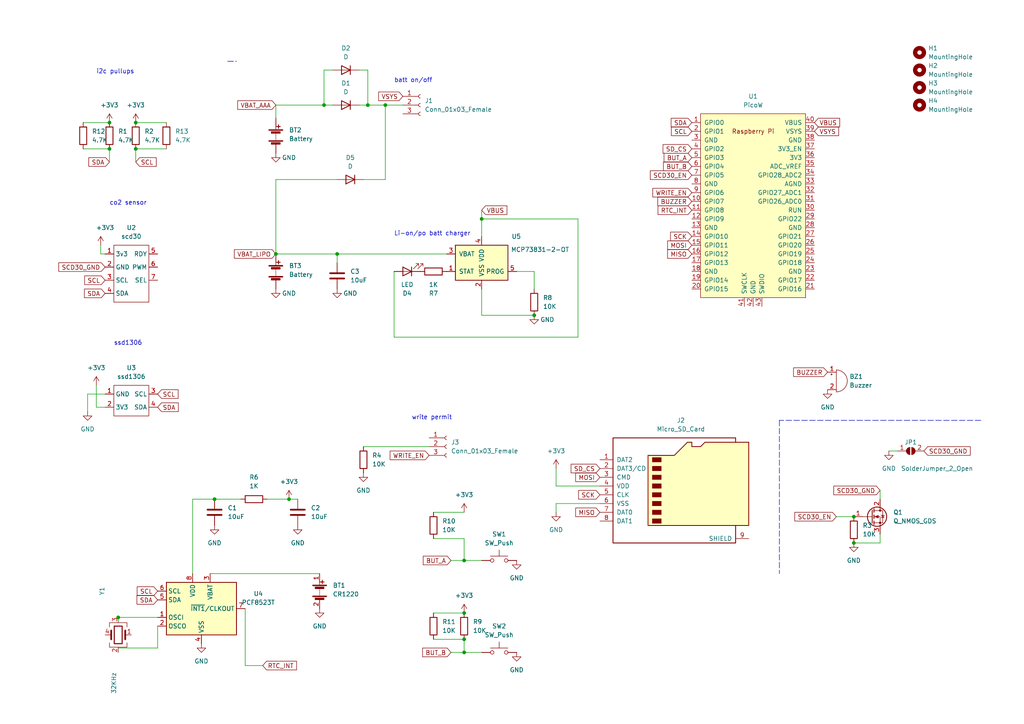
<source format=kicad_sch>
(kicad_sch (version 20211123) (generator eeschema)
  (paper "A4")
  (lib_symbols
    (symbol "Battery_1" (pin_names (offset 0) hide)
      (property "Reference" "BT" (at 2.54 2.54 0))
      (property "Value" "Battery_1" (at 2.54 0 0))
      (symbol "Battery_1_0_1"
        (rectangle (start -2.032 -1.397) (end 2.032 -1.651) (fill (type outline)))
        (rectangle (start -2.032 1.778) (end 2.032 1.524) (fill (type outline)))
        (rectangle (start -1.3208 -1.9812) (end 1.27 -2.4892) (fill (type outline)))
        (rectangle (start -1.3208 1.1938) (end 1.27 0.6858) (fill (type outline)))
        (polyline (pts (xy 0 -1.524) (xy 0 -1.27)))
        (polyline (pts (xy 0 -1.016) (xy 0 -0.762)))
        (polyline (pts (xy 0 -0.508) (xy 0 -0.254)))
        (polyline (pts (xy 0 0) (xy 0 0.254)))
        (polyline (pts (xy 0 0.508) (xy 0 0.762)))
        (polyline (pts (xy 0 1.778) (xy 0 2.54)))
        (polyline (pts (xy 0.254 2.667) (xy 1.27 2.667)) (stroke (width 0.254)))
        (polyline (pts (xy 0.762 3.175) (xy 0.762 2.159)) (stroke (width 0.254)))
      )
      (symbol "Battery_1_1_1"
        (pin passive line (at 0 5.08 270) (length 2.54) (name "+") (number "1"))
        (pin passive line (at 0 -5.08 90) (length 2.54) (name "-") (number "2"))
      )
    )
    (symbol "Battery_Management:MCP73831-2-OT" (pin_names (offset 1.016))
      (property "Reference" "U" (at -7.62 6.35 0))
      (property "Value" "MCP73831-2-OT" (at 1.27 6.35 0))
      (symbol "MCP73831-2-OT_0_1"
        (rectangle (start -7.62 5.08) (end 7.62 -5.08) (stroke (width 0.254)) (fill (type background)))
      )
      (symbol "MCP73831-2-OT_1_1"
        (pin output line (at 10.16 -2.54 180) (length 2.54) (name "STAT") (number "1"))
        (pin power_in line (at 0 -7.62 90) (length 2.54) (name "VSS") (number "2"))
        (pin power_out line (at 10.16 2.54 180) (length 2.54) (name "VBAT") (number "3"))
        (pin power_in line (at 0 7.62 270) (length 2.54) (name "VDD") (number "4"))
        (pin input line (at -10.16 -2.54 0) (length 2.54) (name "PROG") (number "5"))
      )
    )
    (symbol "Connector:Conn_01x03_Female" (pin_names (offset 1.016) hide)
      (property "Reference" "J" (at 0 5.08 0))
      (property "Value" "Conn_01x03_Female" (at 0 -5.08 0))
      (symbol "Conn_01x03_Female_1_1"
        (arc (start 0 -2.032) (mid -0.508 -2.54) (end 0 -3.048) (stroke (width 0.1524)))
        (polyline (pts (xy -1.27 -2.54) (xy -0.508 -2.54)) (stroke (width 0.1524)))
        (polyline (pts (xy -1.27 0) (xy -0.508 0)) (stroke (width 0.1524)))
        (polyline (pts (xy -1.27 2.54) (xy -0.508 2.54)) (stroke (width 0.1524)))
        (arc (start 0 0.508) (mid -0.508 0) (end 0 -0.508) (stroke (width 0.1524)))
        (arc (start 0 3.048) (mid -0.508 2.54) (end 0 2.032) (stroke (width 0.1524)))
        (pin passive line (at -5.08 2.54 0) (length 3.81) (name "Pin_1") (number "1"))
        (pin passive line (at -5.08 0 0) (length 3.81) (name "Pin_2") (number "2"))
        (pin passive line (at -5.08 -2.54 0) (length 3.81) (name "Pin_3") (number "3"))
      )
    )
    (symbol "Connector:Micro_SD_Card" (pin_names (offset 1.016))
      (property "Reference" "J" (at -16.51 15.24 0))
      (property "Value" "Micro_SD_Card" (at 16.51 15.24 0))
      (symbol "Micro_SD_Card_0_1"
        (rectangle (start -7.62 -9.525) (end -5.08 -10.795) (fill (type outline)))
        (rectangle (start -7.62 -6.985) (end -5.08 -8.255) (fill (type outline)))
        (rectangle (start -7.62 -4.445) (end -5.08 -5.715) (fill (type outline)))
        (rectangle (start -7.62 -1.905) (end -5.08 -3.175) (fill (type outline)))
        (rectangle (start -7.62 0.635) (end -5.08 -0.635) (fill (type outline)))
        (rectangle (start -7.62 3.175) (end -5.08 1.905) (fill (type outline)))
        (rectangle (start -7.62 5.715) (end -5.08 4.445) (fill (type outline)))
        (rectangle (start -7.62 8.255) (end -5.08 6.985) (fill (type outline)))
        (polyline (pts (xy 16.51 12.7) (xy 16.51 13.97) (xy -19.05 13.97) (xy -19.05 -16.51) (xy 16.51 -16.51) (xy 16.51 -11.43)) (stroke (width 0.254)))
        (polyline (pts (xy -8.89 -11.43) (xy -8.89 8.89) (xy -1.27 8.89) (xy 2.54 12.7) (xy 3.81 12.7) (xy 3.81 11.43) (xy 6.35 11.43) (xy 7.62 12.7) (xy 20.32 12.7) (xy 20.32 -11.43) (xy -8.89 -11.43)) (stroke (width 0.254)) (fill (type background)))
      )
      (symbol "Micro_SD_Card_1_1"
        (pin bidirectional line (at -22.86 7.62 0) (length 3.81) (name "DAT2") (number "1"))
        (pin bidirectional line (at -22.86 5.08 0) (length 3.81) (name "DAT3/CD") (number "2"))
        (pin input line (at -22.86 2.54 0) (length 3.81) (name "CMD") (number "3"))
        (pin power_in line (at -22.86 0 0) (length 3.81) (name "VDD") (number "4"))
        (pin input line (at -22.86 -2.54 0) (length 3.81) (name "CLK") (number "5"))
        (pin power_in line (at -22.86 -5.08 0) (length 3.81) (name "VSS") (number "6"))
        (pin bidirectional line (at -22.86 -7.62 0) (length 3.81) (name "DAT0") (number "7"))
        (pin bidirectional line (at -22.86 -10.16 0) (length 3.81) (name "DAT1") (number "8"))
        (pin passive line (at 20.32 -15.24 180) (length 3.81) (name "SHIELD") (number "9"))
      )
    )
    (symbol "Device:Battery" (pin_numbers hide) (pin_names (offset 0) hide)
      (property "Reference" "BT" (at 2.54 2.54 0))
      (property "Value" "Battery" (at 2.54 0 0))
      (symbol "Battery_0_1"
        (rectangle (start -2.032 -1.397) (end 2.032 -1.651) (fill (type outline)))
        (rectangle (start -2.032 1.778) (end 2.032 1.524) (fill (type outline)))
        (rectangle (start -1.3208 -1.9812) (end 1.27 -2.4892) (fill (type outline)))
        (rectangle (start -1.3208 1.1938) (end 1.27 0.6858) (fill (type outline)))
        (polyline (pts (xy 0 -1.524) (xy 0 -1.27)))
        (polyline (pts (xy 0 -1.016) (xy 0 -0.762)))
        (polyline (pts (xy 0 -0.508) (xy 0 -0.254)))
        (polyline (pts (xy 0 0) (xy 0 0.254)))
        (polyline (pts (xy 0 0.508) (xy 0 0.762)))
        (polyline (pts (xy 0 1.778) (xy 0 2.54)))
        (polyline (pts (xy 0.254 2.667) (xy 1.27 2.667)) (stroke (width 0.254)))
        (polyline (pts (xy 0.762 3.175) (xy 0.762 2.159)) (stroke (width 0.254)))
      )
      (symbol "Battery_1_1"
        (pin passive line (at 0 5.08 270) (length 2.54) (name "+") (number "1"))
        (pin passive line (at 0 -5.08 90) (length 2.54) (name "-") (number "2"))
      )
    )
    (symbol "Device:Buzzer" (pin_names (offset 0.0254) hide)
      (property "Reference" "BZ" (at 3.81 1.27 0))
      (property "Value" "Buzzer" (at 3.81 -1.27 0))
      (symbol "Buzzer_0_1"
        (arc (start 0 -3.175) (mid 3.175 0) (end 0 3.175))
        (polyline (pts (xy -1.651 1.905) (xy -1.143 1.905)))
        (polyline (pts (xy -1.397 2.159) (xy -1.397 1.651)))
        (polyline (pts (xy 0 3.175) (xy 0 -3.175)))
      )
      (symbol "Buzzer_1_1"
        (pin passive line (at -2.54 2.54 0) (length 2.54) (name "-") (number "1"))
        (pin passive line (at -2.54 -2.54 0) (length 2.54) (name "+") (number "2"))
      )
    )
    (symbol "Device:C" (pin_numbers hide) (pin_names (offset 0.254))
      (property "Reference" "C" (at 0.635 2.54 0))
      (property "Value" "C" (at 0.635 -2.54 0))
      (symbol "C_0_1"
        (polyline (pts (xy -2.032 -0.762) (xy 2.032 -0.762)) (stroke (width 0.508)))
        (polyline (pts (xy -2.032 0.762) (xy 2.032 0.762)) (stroke (width 0.508)))
      )
      (symbol "C_1_1"
        (pin passive line (at 0 3.81 270) (length 2.794) (name "~") (number "1"))
        (pin passive line (at 0 -3.81 90) (length 2.794) (name "~") (number "2"))
      )
    )
    (symbol "Device:Crystal_GND23" (pin_names (offset 1.016) hide)
      (property "Reference" "Y" (at 3.175 5.08 0))
      (property "Value" "Crystal_GND23" (at 3.175 3.175 0))
      (symbol "Crystal_GND23_0_1"
        (rectangle (start -1.143 2.54) (end 1.143 -2.54) (stroke (width 0.3048)))
        (polyline (pts (xy -2.54 0) (xy -2.032 0)))
        (polyline (pts (xy -2.032 -1.27) (xy -2.032 1.27)) (stroke (width 0.508)))
        (polyline (pts (xy 0 -3.81) (xy 0 -3.556)))
        (polyline (pts (xy 0 3.556) (xy 0 3.81)))
        (polyline (pts (xy 2.032 -1.27) (xy 2.032 1.27)) (stroke (width 0.508)))
        (polyline (pts (xy 2.032 0) (xy 2.54 0)))
        (polyline (pts (xy -2.54 -2.286) (xy -2.54 -3.556) (xy 2.54 -3.556) (xy 2.54 -2.286)))
        (polyline (pts (xy -2.54 2.286) (xy -2.54 3.556) (xy 2.54 3.556) (xy 2.54 2.286)))
      )
      (symbol "Crystal_GND23_1_1"
        (pin passive line (at -3.81 0 0) (length 1.27) (name "1") (number "1"))
        (pin passive line (at 0 5.08 270) (length 1.27) (name "2") (number "2"))
        (pin passive line (at 0 -5.08 90) (length 1.27) (name "3") (number "3"))
        (pin passive line (at 3.81 0 180) (length 1.27) (name "4") (number "4"))
      )
    )
    (symbol "Device:D" (pin_numbers hide) (pin_names (offset 1.016) hide)
      (property "Reference" "D" (at 0 2.54 0))
      (property "Value" "D" (at 0 -2.54 0))
      (symbol "D_0_1"
        (polyline (pts (xy -1.27 1.27) (xy -1.27 -1.27)) (stroke (width 0.254)))
        (polyline (pts (xy 1.27 0) (xy -1.27 0)))
        (polyline (pts (xy 1.27 1.27) (xy 1.27 -1.27) (xy -1.27 0) (xy 1.27 1.27)) (stroke (width 0.254)))
      )
      (symbol "D_1_1"
        (pin passive line (at -3.81 0 0) (length 2.54) (name "K") (number "1"))
        (pin passive line (at 3.81 0 180) (length 2.54) (name "A") (number "2"))
      )
    )
    (symbol "Device:LED" (pin_numbers hide) (pin_names (offset 1.016) hide)
      (property "Reference" "D" (at 0 2.54 0))
      (property "Value" "LED" (at 0 -2.54 0))
      (symbol "LED_0_1"
        (polyline (pts (xy -1.27 -1.27) (xy -1.27 1.27)) (stroke (width 0.254)))
        (polyline (pts (xy -1.27 0) (xy 1.27 0)))
        (polyline (pts (xy 1.27 -1.27) (xy 1.27 1.27) (xy -1.27 0) (xy 1.27 -1.27)) (stroke (width 0.254)))
        (polyline (pts (xy -3.048 -0.762) (xy -4.572 -2.286) (xy -3.81 -2.286) (xy -4.572 -2.286) (xy -4.572 -1.524)))
        (polyline (pts (xy -1.778 -0.762) (xy -3.302 -2.286) (xy -2.54 -2.286) (xy -3.302 -2.286) (xy -3.302 -1.524)))
      )
      (symbol "LED_1_1"
        (pin passive line (at -3.81 0 0) (length 2.54) (name "K") (number "1"))
        (pin passive line (at 3.81 0 180) (length 2.54) (name "A") (number "2"))
      )
    )
    (symbol "Device:Q_NMOS_GDS" (pin_names (offset 0) hide)
      (property "Reference" "Q" (at 5.08 1.27 0))
      (property "Value" "Q_NMOS_GDS" (at 5.08 -1.27 0))
      (symbol "Q_NMOS_GDS_0_1"
        (polyline (pts (xy 0.254 0) (xy -2.54 0)))
        (polyline (pts (xy 0.254 1.905) (xy 0.254 -1.905)) (stroke (width 0.254)))
        (polyline (pts (xy 0.762 -1.27) (xy 0.762 -2.286)) (stroke (width 0.254)))
        (polyline (pts (xy 0.762 0.508) (xy 0.762 -0.508)) (stroke (width 0.254)))
        (polyline (pts (xy 0.762 2.286) (xy 0.762 1.27)) (stroke (width 0.254)))
        (polyline (pts (xy 2.54 2.54) (xy 2.54 1.778)))
        (polyline (pts (xy 2.54 -2.54) (xy 2.54 0) (xy 0.762 0)))
        (polyline (pts (xy 0.762 -1.778) (xy 3.302 -1.778) (xy 3.302 1.778) (xy 0.762 1.778)))
        (polyline (pts (xy 1.016 0) (xy 2.032 0.381) (xy 2.032 -0.381) (xy 1.016 0)) (fill (type outline)))
        (polyline (pts (xy 2.794 0.508) (xy 2.921 0.381) (xy 3.683 0.381) (xy 3.81 0.254)))
        (polyline (pts (xy 3.302 0.381) (xy 2.921 -0.254) (xy 3.683 -0.254) (xy 3.302 0.381)))
        (circle (center 1.651 0) (radius 2.794) (stroke (width 0.254)))
        (circle (center 2.54 -1.778) (radius 0.254) (fill (type outline)))
        (circle (center 2.54 1.778) (radius 0.254) (fill (type outline)))
      )
      (symbol "Q_NMOS_GDS_1_1"
        (pin input line (at -5.08 0 0) (length 2.54) (name "G") (number "1"))
        (pin passive line (at 2.54 5.08 270) (length 2.54) (name "D") (number "2"))
        (pin passive line (at 2.54 -5.08 90) (length 2.54) (name "S") (number "3"))
      )
    )
    (symbol "Device:R" (pin_numbers hide) (pin_names (offset 0))
      (property "Reference" "R" (at 2.032 0 90))
      (property "Value" "R" (at 0 0 90))
      (symbol "R_0_1"
        (rectangle (start -1.016 -2.54) (end 1.016 2.54) (stroke (width 0.254)))
      )
      (symbol "R_1_1"
        (pin passive line (at 0 3.81 270) (length 1.27) (name "~") (number "1"))
        (pin passive line (at 0 -3.81 90) (length 1.27) (name "~") (number "2"))
      )
    )
    (symbol "Jumper:SolderJumper_2_Open" (pin_names (offset 0) hide)
      (property "Reference" "JP" (at 0 2.032 0))
      (property "Value" "SolderJumper_2_Open" (at 0 -2.54 0))
      (symbol "SolderJumper_2_Open_0_1"
        (arc (start -0.254 1.016) (mid -1.27 0) (end -0.254 -1.016))
        (arc (start -0.254 1.016) (mid -1.27 0) (end -0.254 -1.016) (fill (type outline)))
        (polyline (pts (xy -0.254 1.016) (xy -0.254 -1.016)))
        (polyline (pts (xy 0.254 1.016) (xy 0.254 -1.016)))
        (arc (start 0.254 -1.016) (mid 1.27 0) (end 0.254 1.016))
        (arc (start 0.254 -1.016) (mid 1.27 0) (end 0.254 1.016) (fill (type outline)))
      )
      (symbol "SolderJumper_2_Open_1_1"
        (pin passive line (at -3.81 0 0) (length 2.54) (name "A") (number "1"))
        (pin passive line (at 3.81 0 180) (length 2.54) (name "B") (number "2"))
      )
    )
    (symbol "Mechanical:MountingHole" (pin_names (offset 1.016))
      (property "Reference" "H" (at 0 5.08 0))
      (property "Value" "MountingHole" (at 0 3.175 0))
      (symbol "MountingHole_0_1"
        (circle (center 0 0) (radius 1.27) (stroke (width 1.27)))
      )
    )
    (symbol "RPi_Pico:PicoW" (pin_names (offset 1.016))
      (property "Reference" "U" (at -13.97 27.94 0))
      (property "Value" "PicoW" (at 0 19.05 0))
      (symbol "PicoW_0_0"
        (text "Raspberry Pi" (at 0 21.59 0) (effects (font (size 1.27 1.27))))
      )
      (symbol "PicoW_0_1"
        (rectangle (start -15.24 26.67) (end 15.24 -26.67) (fill (type background)))
      )
      (symbol "PicoW_1_1"
        (pin bidirectional line (at -17.78 24.13 0) (length 2.54) (name "GPIO0") (number "1"))
        (pin bidirectional line (at -17.78 1.27 0) (length 2.54) (name "GPIO7") (number "10"))
        (pin bidirectional line (at -17.78 -1.27 0) (length 2.54) (name "GPIO8") (number "11"))
        (pin bidirectional line (at -17.78 -3.81 0) (length 2.54) (name "GPIO9") (number "12"))
        (pin power_in line (at -17.78 -6.35 0) (length 2.54) (name "GND") (number "13"))
        (pin bidirectional line (at -17.78 -8.89 0) (length 2.54) (name "GPIO10") (number "14"))
        (pin bidirectional line (at -17.78 -11.43 0) (length 2.54) (name "GPIO11") (number "15"))
        (pin bidirectional line (at -17.78 -13.97 0) (length 2.54) (name "GPIO12") (number "16"))
        (pin bidirectional line (at -17.78 -16.51 0) (length 2.54) (name "GPIO13") (number "17"))
        (pin power_in line (at -17.78 -19.05 0) (length 2.54) (name "GND") (number "18"))
        (pin bidirectional line (at -17.78 -21.59 0) (length 2.54) (name "GPIO14") (number "19"))
        (pin bidirectional line (at -17.78 21.59 0) (length 2.54) (name "GPIO1") (number "2"))
        (pin bidirectional line (at -17.78 -24.13 0) (length 2.54) (name "GPIO15") (number "20"))
        (pin bidirectional line (at 17.78 -24.13 180) (length 2.54) (name "GPIO16") (number "21"))
        (pin bidirectional line (at 17.78 -21.59 180) (length 2.54) (name "GPIO17") (number "22"))
        (pin power_in line (at 17.78 -19.05 180) (length 2.54) (name "GND") (number "23"))
        (pin bidirectional line (at 17.78 -16.51 180) (length 2.54) (name "GPIO18") (number "24"))
        (pin bidirectional line (at 17.78 -13.97 180) (length 2.54) (name "GPIO19") (number "25"))
        (pin bidirectional line (at 17.78 -11.43 180) (length 2.54) (name "GPIO20") (number "26"))
        (pin bidirectional line (at 17.78 -8.89 180) (length 2.54) (name "GPIO21") (number "27"))
        (pin power_in line (at 17.78 -6.35 180) (length 2.54) (name "GND") (number "28"))
        (pin bidirectional line (at 17.78 -3.81 180) (length 2.54) (name "GPIO22") (number "29"))
        (pin power_in line (at -17.78 19.05 0) (length 2.54) (name "GND") (number "3"))
        (pin input line (at 17.78 -1.27 180) (length 2.54) (name "RUN") (number "30"))
        (pin bidirectional line (at 17.78 1.27 180) (length 2.54) (name "GPIO26_ADC0") (number "31"))
        (pin bidirectional line (at 17.78 3.81 180) (length 2.54) (name "GPIO27_ADC1") (number "32"))
        (pin power_in line (at 17.78 6.35 180) (length 2.54) (name "AGND") (number "33"))
        (pin bidirectional line (at 17.78 8.89 180) (length 2.54) (name "GPIO28_ADC2") (number "34"))
        (pin unspecified line (at 17.78 11.43 180) (length 2.54) (name "ADC_VREF") (number "35"))
        (pin unspecified line (at 17.78 13.97 180) (length 2.54) (name "3V3") (number "36"))
        (pin input line (at 17.78 16.51 180) (length 2.54) (name "3V3_EN") (number "37"))
        (pin bidirectional line (at 17.78 19.05 180) (length 2.54) (name "GND") (number "38"))
        (pin unspecified line (at 17.78 21.59 180) (length 2.54) (name "VSYS") (number "39"))
        (pin bidirectional line (at -17.78 16.51 0) (length 2.54) (name "GPIO2") (number "4"))
        (pin unspecified line (at 17.78 24.13 180) (length 2.54) (name "VBUS") (number "40"))
        (pin input line (at -2.54 -29.21 90) (length 2.54) (name "SWCLK") (number "41"))
        (pin power_in line (at 0 -29.21 90) (length 2.54) (name "GND") (number "42"))
        (pin bidirectional line (at 2.54 -29.21 90) (length 2.54) (name "SWDIO") (number "43"))
        (pin bidirectional line (at -17.78 13.97 0) (length 2.54) (name "GPIO3") (number "5"))
        (pin bidirectional line (at -17.78 11.43 0) (length 2.54) (name "GPIO4") (number "6"))
        (pin bidirectional line (at -17.78 8.89 0) (length 2.54) (name "GPIO5") (number "7"))
        (pin power_in line (at -17.78 6.35 0) (length 2.54) (name "GND") (number "8"))
        (pin bidirectional line (at -17.78 3.81 0) (length 2.54) (name "GPIO6") (number "9"))
      )
    )
    (symbol "Switch:SW_Push" (pin_numbers hide) (pin_names (offset 1.016) hide)
      (property "Reference" "SW" (at 1.27 2.54 0))
      (property "Value" "SW_Push" (at 0 -1.524 0))
      (symbol "SW_Push_0_1"
        (circle (center -2.032 0) (radius 0.508))
        (polyline (pts (xy 0 1.27) (xy 0 3.048)))
        (polyline (pts (xy 2.54 1.27) (xy -2.54 1.27)))
        (circle (center 2.032 0) (radius 0.508))
        (pin passive line (at -5.08 0 0) (length 2.54) (name "1") (number "1"))
        (pin passive line (at 5.08 0 180) (length 2.54) (name "2") (number "2"))
      )
    )
    (symbol "Timer_RTC:PCF8523T"
      (property "Reference" "U" (at -10.16 8.89 0))
      (property "Value" "PCF8523T" (at 3.81 8.89 0))
      (symbol "PCF8523T_0_1"
        (rectangle (start -10.16 7.62) (end 10.16 -7.62) (stroke (width 0.254)) (fill (type background)))
      )
      (symbol "PCF8523T_1_1"
        (pin input line (at -12.7 -2.54 0) (length 2.54) (name "OSCI") (number "1"))
        (pin output line (at -12.7 -5.08 0) (length 2.54) (name "OSCO") (number "2"))
        (pin power_in line (at 2.54 10.16 270) (length 2.54) (name "VBAT") (number "3"))
        (pin power_in line (at 0 -10.16 90) (length 2.54) (name "VSS") (number "4"))
        (pin bidirectional line (at -12.7 2.54 0) (length 2.54) (name "SDA") (number "5"))
        (pin input line (at -12.7 5.08 0) (length 2.54) (name "SCL") (number "6"))
        (pin open_collector line (at 12.7 0 180) (length 2.54) (name "~{INT1}/CLKOUT") (number "7"))
        (pin power_in line (at -2.54 10.16 270) (length 2.54) (name "VDD") (number "8"))
      )
    )
    (symbol "picoco2:ssd1306"
      (property "Reference" "U" (at 0 0 0))
      (property "Value" "ssd1306" (at 0 0 0))
      (symbol "ssd1306_0_1"
        (rectangle (start 3.81 -1.27) (end -6.35 -10.16))
      )
      (symbol "ssd1306_1_1"
        (pin input line (at -8.89 -3.81 0) (length 2.54) (name "GND") (number "1"))
        (pin input line (at -8.89 -7.62 0) (length 2.54) (name "3V3") (number "2"))
        (pin input line (at 6.35 -3.81 180) (length 2.54) (name "SCL") (number "3"))
        (pin input line (at 6.35 -7.62 180) (length 2.54) (name "SDA") (number "4"))
      )
    )
    (symbol "power:+3V3" (power) (pin_names (offset 0))
      (property "Value" "+3V3" (at 0 3.556 0))
      (symbol "+3V3_0_1"
        (polyline (pts (xy -0.762 1.27) (xy 0 2.54)))
        (polyline (pts (xy 0 0) (xy 0 2.54)))
        (polyline (pts (xy 0 2.54) (xy 0.762 1.27)))
      )
      (symbol "+3V3_1_1"
        (pin power_in line (at 0 0 90) (length 0) hide (name "+3V3") (number "1"))
      )
    )
    (symbol "power:GND" (power) (pin_names (offset 0))
      (property "Value" "GND" (at 0 -3.81 0))
      (symbol "GND_0_1"
        (polyline (pts (xy 0 0) (xy 0 -1.27) (xy 1.27 -1.27) (xy 0 -2.54) (xy -1.27 -1.27) (xy 0 -1.27)))
      )
      (symbol "GND_1_1"
        (pin power_in line (at 0 0 270) (length 0) hide (name "GND") (number "1"))
      )
    )
    (symbol "scd30:scd30"
      (property "Reference" "U" (at 1.27 3.81 0))
      (property "Value" "scd30" (at 1.27 6.35 0))
      (symbol "scd30_0_1"
        (rectangle (start -3.81 2.54) (end 6.35 -13.97))
      )
      (symbol "scd30_1_1"
        (pin input line (at -6.35 0 0) (length 2.54) (name "3v3") (number "1"))
        (pin input line (at -6.35 -3.81 0) (length 2.54) (name "GND") (number "2"))
        (pin input line (at -6.35 -7.62 0) (length 2.54) (name "SCL") (number "3"))
        (pin input line (at -6.35 -11.43 0) (length 2.54) (name "SDA") (number "4"))
        (pin input line (at 8.89 0 180) (length 2.54) (name "RDY") (number "5"))
        (pin input line (at 8.89 -3.81 180) (length 2.54) (name "PWM") (number "6"))
        (pin input line (at 8.89 -7.62 180) (length 2.54) (name "SEL") (number "7"))
      )
    )
  )
  (junction (at 97.79 73.66))
  (junction (at 139.7 63.5))
  (junction (at 247.65 149.86))
  (junction (at 34.29 179.07))
  (junction (at 134.62 189.23))
  (junction (at 31.75 43.18))
  (junction (at 39.37 35.56))
  (junction (at 62.23 144.78))
  (junction (at 154.94 91.44))
  (junction (at 134.62 162.56))
  (junction (at 31.75 35.56))
  (junction (at 80.01 73.66))
  (junction (at 134.62 185.42))
  (junction (at 247.65 157.48))
  (junction (at 93.98 30.48))
  (junction (at 39.37 43.18))
  (junction (at 111.76 30.48))
  (junction (at 83.82 144.78))
  (junction (at 106.68 30.48))
  (junction (at 134.62 177.8))
  (wire (pts (xy 93.98 30.48) (xy 96.52 30.48)))
  (wire (pts (xy 31.75 43.18) (xy 31.75 46.99)))
  (wire (pts (xy 39.37 43.18) (xy 39.37 46.99)))
  (wire (pts (xy 173.99 140.97) (xy 161.29 140.97)))
  (wire (pts (xy 134.62 185.42) (xy 134.62 189.23)))
  (wire (pts (xy 134.62 189.23) (xy 139.7 189.23)))
  (wire (pts (xy 97.79 73.66) (xy 97.79 76.2)))
  (wire (pts (xy 130.81 162.56) (xy 134.62 162.56)))
  (wire (pts (xy 106.68 30.48) (xy 111.76 30.48)))
  (wire (pts (xy 83.82 144.78) (xy 86.36 144.78)))
  (wire (pts (xy 104.14 20.32) (xy 106.68 20.32)))
  (wire (pts (xy 27.94 111.76) (xy 27.94 118.11)))
  (wire (pts (xy 255.27 157.48) (xy 255.27 154.94)))
  (wire (pts (xy 62.23 144.78) (xy 55.88 144.78)))
  (wire (pts (xy 255.27 142.24) (xy 255.27 144.78)))
  (wire (pts (xy 93.98 20.32) (xy 93.98 30.48)))
  (wire (pts (xy 34.29 187.96) (xy 45.72 187.96)))
  (wire (pts (xy 167.64 97.79) (xy 167.64 63.5)))
  (wire (pts (xy 154.94 78.74) (xy 154.94 83.82)))
  (wire (pts (xy 45.72 179.07) (xy 34.29 179.07)))
  (wire (pts (xy 149.86 78.74) (xy 154.94 78.74)))
  (wire (pts (xy 60.96 166.37) (xy 92.71 166.37)))
  (wire (pts (xy 80.01 52.07) (xy 80.01 73.66)))
  (wire (pts (xy 105.41 129.54) (xy 124.46 129.54)))
  (wire (pts (xy 105.41 52.07) (xy 111.76 52.07)))
  (wire (pts (xy 34.29 179.07) (xy 34.29 180.34)))
  (wire (pts (xy 130.81 189.23) (xy 134.62 189.23)))
  (wire (pts (xy 242.57 149.86) (xy 247.65 149.86)))
  (polyline (pts (xy 284.48 121.92) (xy 226.06 121.92)))
  (wire (pts (xy 125.73 148.59) (xy 134.62 148.59)))
  (polyline (pts (xy 66.04 17.78) (xy 68.58 17.78)))
  (wire (pts (xy 111.76 52.07) (xy 111.76 30.48)))
  (wire (pts (xy 25.4 114.3) (xy 25.4 119.38)))
  (wire (pts (xy 125.73 177.8) (xy 134.62 177.8)))
  (wire (pts (xy 114.3 78.74) (xy 114.3 97.79)))
  (wire (pts (xy 29.21 71.12) (xy 29.21 73.66)))
  (wire (pts (xy 167.64 63.5) (xy 139.7 63.5)))
  (wire (pts (xy 104.14 30.48) (xy 106.68 30.48)))
  (wire (pts (xy 80.01 73.66) (xy 97.79 73.66)))
  (wire (pts (xy 97.79 73.66) (xy 129.54 73.66)))
  (wire (pts (xy 39.37 43.18) (xy 48.26 43.18)))
  (wire (pts (xy 80.01 52.07) (xy 97.79 52.07)))
  (wire (pts (xy 30.48 114.3) (xy 25.4 114.3)))
  (wire (pts (xy 125.73 185.42) (xy 134.62 185.42)))
  (wire (pts (xy 30.48 73.66) (xy 29.21 73.66)))
  (wire (pts (xy 45.72 187.96) (xy 45.72 181.61)))
  (wire (pts (xy 30.48 118.11) (xy 27.94 118.11)))
  (wire (pts (xy 161.29 146.05) (xy 161.29 148.59)))
  (wire (pts (xy 24.13 43.18) (xy 31.75 43.18)))
  (wire (pts (xy 62.23 144.78) (xy 69.85 144.78)))
  (wire (pts (xy 111.76 30.48) (xy 116.84 30.48)))
  (wire (pts (xy 39.37 35.56) (xy 48.26 35.56)))
  (wire (pts (xy 24.13 35.56) (xy 31.75 35.56)))
  (wire (pts (xy 139.7 83.82) (xy 139.7 91.44)))
  (wire (pts (xy 257.81 130.81) (xy 260.35 130.81)))
  (wire (pts (xy 125.73 156.21) (xy 134.62 156.21)))
  (wire (pts (xy 139.7 91.44) (xy 154.94 91.44)))
  (wire (pts (xy 55.88 144.78) (xy 55.88 166.37)))
  (wire (pts (xy 77.47 144.78) (xy 83.82 144.78)))
  (wire (pts (xy 139.7 63.5) (xy 139.7 68.58)))
  (wire (pts (xy 106.68 20.32) (xy 106.68 30.48)))
  (wire (pts (xy 71.12 176.53) (xy 71.12 193.04)))
  (wire (pts (xy 173.99 146.05) (xy 161.29 146.05)))
  (wire (pts (xy 134.62 156.21) (xy 134.62 162.56)))
  (wire (pts (xy 134.62 162.56) (xy 139.7 162.56)))
  (wire (pts (xy 80.01 30.48) (xy 93.98 30.48)))
  (wire (pts (xy 247.65 157.48) (xy 255.27 157.48)))
  (wire (pts (xy 139.7 60.96) (xy 139.7 63.5)))
  (wire (pts (xy 161.29 140.97) (xy 161.29 135.89)))
  (wire (pts (xy 96.52 20.32) (xy 93.98 20.32)))
  (wire (pts (xy 80.01 30.48) (xy 80.01 34.29)))
  (wire (pts (xy 71.12 193.04) (xy 76.2 193.04)))
  (wire (pts (xy 114.3 97.79) (xy 167.64 97.79)))
  (polyline (pts (xy 226.06 121.92) (xy 226.06 166.37)))
  (text "i2c pullups" (at 27.94 21.59 0) (effects (font (size 1.27 1.27)) (justify left bottom)))
  (text "write permit" (at 119.38 121.92 0) (effects (font (size 1.27 1.27)) (justify left bottom)))
  (text "batt on/off" (at 114.3 24.13 0) (effects (font (size 1.27 1.27)) (justify left bottom)))
  (text "Li-on/po batt charger" (at 114.3 68.58 0) (effects (font (size 1.27 1.27)) (justify left bottom)))
  (text "co2 sensor" (at 31.75 59.69 0) (effects (font (size 1.27 1.27)) (justify left bottom)))
  (text "ssd1306" (at 33.02 100.33 0) (effects (font (size 1.27 1.27)) (justify left bottom)))
  (global_label "SCL" (shape input) (at 45.72 171.45 180) (property "Intersheet References" "${INTERSHEET_REFS}" (effects hide)))
  (global_label "BUT_A" (shape input) (at 200.66 45.72 180) (property "Intersheet References" "${INTERSHEET_REFS}" (effects hide)))
  (global_label "SCL" (shape input) (at 200.66 38.1 180) (property "Intersheet References" "${INTERSHEET_REFS}" (effects hide)))
  (global_label "SCL" (shape input) (at 39.37 46.99 0) (property "Intersheet References" "${INTERSHEET_REFS}" (effects hide)))
  (global_label "SCD30_GND" (shape input) (at 255.27 142.24 180) (property "Intersheet References" "${INTERSHEET_REFS}" (effects hide)))
  (global_label "SCL" (shape input) (at 45.72 114.3 0) (property "Intersheet References" "${INTERSHEET_REFS}" (effects hide)))
  (global_label "BUZZER" (shape input) (at 240.03 107.95 180) (property "Intersheet References" "${INTERSHEET_REFS}" (effects hide)))
  (global_label "SDA" (shape input) (at 31.75 46.99 180) (property "Intersheet References" "${INTERSHEET_REFS}" (effects hide)))
  (global_label "MISO" (shape input) (at 173.99 148.59 180) (property "Intersheet References" "${INTERSHEET_REFS}" (effects hide)))
  (global_label "SCK" (shape input) (at 200.66 68.58 180) (property "Intersheet References" "${INTERSHEET_REFS}" (effects hide)))
  (global_label "RTC_INT" (shape input) (at 76.2 193.04 0) (property "Intersheet References" "${INTERSHEET_REFS}" (effects hide)))
  (global_label "WRITE_EN" (shape input) (at 124.46 132.08 180) (property "Intersheet References" "${INTERSHEET_REFS}" (effects hide)))
  (global_label "BUT_B" (shape input) (at 130.81 189.23 180) (property "Intersheet References" "${INTERSHEET_REFS}" (effects hide)))
  (global_label "MOSI" (shape input) (at 200.66 71.12 180) (property "Intersheet References" "${INTERSHEET_REFS}" (effects hide)))
  (global_label "MOSI" (shape input) (at 173.99 138.43 180) (property "Intersheet References" "${INTERSHEET_REFS}" (effects hide)))
  (global_label "SCD30_GND" (shape input) (at 267.97 130.81 0) (property "Intersheet References" "${INTERSHEET_REFS}" (effects hide)))
  (global_label "BUT_B" (shape input) (at 200.66 48.26 180) (property "Intersheet References" "${INTERSHEET_REFS}" (effects hide)))
  (global_label "BUT_A" (shape input) (at 130.81 162.56 180) (property "Intersheet References" "${INTERSHEET_REFS}" (effects hide)))
  (global_label "SD_CS" (shape input) (at 200.66 43.18 180) (property "Intersheet References" "${INTERSHEET_REFS}" (effects hide)))
  (global_label "SCD30_EN" (shape input) (at 242.57 149.86 180) (property "Intersheet References" "${INTERSHEET_REFS}" (effects hide)))
  (global_label "SDA" (shape input) (at 30.48 85.09 180) (property "Intersheet References" "${INTERSHEET_REFS}" (effects hide)))
  (global_label "SCD30_EN" (shape input) (at 200.66 50.8 180) (property "Intersheet References" "${INTERSHEET_REFS}" (effects hide)))
  (global_label "VBUS" (shape input) (at 139.7 60.96 0) (property "Intersheet References" "${INTERSHEET_REFS}" (effects hide)))
  (global_label "VSYS" (shape input) (at 236.22 38.1 0) (property "Intersheet References" "${INTERSHEET_REFS}" (effects hide)))
  (global_label "SCD30_GND" (shape input) (at 30.48 77.47 180) (property "Intersheet References" "${INTERSHEET_REFS}" (effects hide)))
  (global_label "WRITE_EN" (shape input) (at 200.66 55.88 180) (property "Intersheet References" "${INTERSHEET_REFS}" (effects hide)))
  (global_label "BUZZER" (shape input) (at 200.66 58.42 180) (property "Intersheet References" "${INTERSHEET_REFS}" (effects hide)))
  (global_label "VSYS" (shape input) (at 116.84 27.94 180) (property "Intersheet References" "${INTERSHEET_REFS}" (effects hide)))
  (global_label "VBAT_AAA" (shape input) (at 80.01 30.48 180) (property "Intersheet References" "${INTERSHEET_REFS}" (effects hide)))
  (global_label "SDA" (shape input) (at 45.72 118.11 0) (property "Intersheet References" "${INTERSHEET_REFS}" (effects hide)))
  (global_label "SCK" (shape input) (at 173.99 143.51 180) (property "Intersheet References" "${INTERSHEET_REFS}" (effects hide)))
  (global_label "VBAT_LIPO" (shape input) (at 80.01 73.66 180) (property "Intersheet References" "${INTERSHEET_REFS}" (effects hide)))
  (global_label "SDA" (shape input) (at 200.66 35.56 180) (property "Intersheet References" "${INTERSHEET_REFS}" (effects hide)))
  (global_label "VBUS" (shape input) (at 236.22 35.56 0) (property "Intersheet References" "${INTERSHEET_REFS}" (effects hide)))
  (global_label "SCL" (shape input) (at 30.48 81.28 180) (property "Intersheet References" "${INTERSHEET_REFS}" (effects hide)))
  (global_label "SDA" (shape input) (at 45.72 173.99 180) (property "Intersheet References" "${INTERSHEET_REFS}" (effects hide)))
  (global_label "RTC_INT" (shape input) (at 200.66 60.96 180) (property "Intersheet References" "${INTERSHEET_REFS}" (effects hide)))
  (global_label "SD_CS" (shape input) (at 173.99 135.89 180) (property "Intersheet References" "${INTERSHEET_REFS}" (effects hide)))
  (global_label "MISO" (shape input) (at 200.66 73.66 180) (property "Intersheet References" "${INTERSHEET_REFS}" (effects hide)))
  (symbol (lib_id "Device:R") (at 125.73 181.61 0) (unit 1)
    (property "Reference" "R11" (at 128.27 180.3399 0) (effects (justify left)))
    (property "Value" "10K" (at 128.27 182.8799 0) (effects (justify left)))
    (property "Footprint" "Resistor_THT:R_Axial_DIN0204_L3.6mm_D1.6mm_P7.62mm_Horizontal" (effects hide))
  )
  (symbol (lib_id "Connector:Conn_01x03_Female") (at 121.92 30.48 0) (unit 1)
    (property "Reference" "J1" (at 123.19 29.2099 0) (effects (justify left)))
    (property "Value" "Conn_01x03_Female" (at 123.19 31.7499 0) (effects (justify left)))
    (property "Footprint" "Connector_PinSocket_2.54mm:PinSocket_1x03_P2.54mm_Vertical" (effects hide))
  )
  (symbol (lib_id "Device:Crystal_GND23") (at 34.29 184.15 180) (unit 1)
    (property "Reference" "Y1" (at 29.591 171.45 90))
    (property "Value" "32KHz" (at 33.02 198.12 90))
    (property "Footprint" "Crystal:Crystal_SMD_Abracon_ABS25-4Pin_8.0x3.8mm" (effects hide))
  )
  (symbol (lib_id "power:GND") (at 247.65 157.48 0) (unit 1)
    (property "Reference" "#PWR0122" (effects hide))
    (property "Value" "GND" (at 247.65 162.56 0))
  )
  (symbol (lib_id "power:+3V3") (at 27.94 111.76 0) (unit 1)
    (property "Reference" "#PWR0105" (effects hide))
    (property "Value" "+3V3" (at 27.94 106.68 0))
  )
  (symbol (lib_id "power:+3V3") (at 134.62 148.59 0) (unit 1)
    (property "Reference" "#PWR0121" (effects hide))
    (property "Value" "+3V3" (at 134.62 143.51 0))
  )
  (symbol (lib_id "Mechanical:MountingHole") (at 266.7 20.32 0) (unit 1)
    (property "Reference" "H2" (at 269.24 19.0499 0) (effects (justify left)))
    (property "Value" "MountingHole" (at 269.24 21.5899 0) (effects (justify left)))
    (property "Footprint" "MountingHole:MountingHole_3.2mm_M3" (effects hide))
  )
  (symbol (lib_id "Connector:Micro_SD_Card") (at 196.85 140.97 0) (unit 1)
    (property "Reference" "J2" (at 197.485 121.92 0))
    (property "Value" "Micro_SD_Card" (at 197.485 124.46 0))
    (property "Footprint" "picoco2:DM3D-SF_outline" (effects hide))
    (property "Datasheet" "http://katalog.we-online.de/em/datasheet/693072010801.pdf" (effects hide))
  )
  (symbol (lib_id "Device:D") (at 100.33 20.32 180) (unit 1)
    (property "Reference" "D2" (at 100.33 13.97 0))
    (property "Value" "D" (at 100.33 16.51 0))
    (property "Footprint" "Diode_THT:D_5W_P10.16mm_Horizontal" (effects hide))
  )
  (symbol (lib_id "Device:R") (at 125.73 78.74 90) (unit 1)
    (property "Reference" "R7" (at 125.73 85.09 90))
    (property "Value" "1K" (at 125.73 82.55 90))
    (property "Footprint" "Resistor_SMD:R_0603_1608Metric_Pad0.98x0.95mm_HandSolder" (effects hide))
  )
  (symbol (lib_name "Battery_1") (lib_id "Device:Battery") (at 92.71 171.45 0) (unit 1)
    (property "Reference" "BT1" (at 96.52 169.7989 0) (effects (justify left)))
    (property "Value" "CR1220" (at 96.52 172.3389 0) (effects (justify left)))
    (property "Footprint" "picoco2:CR1220-2" (effects hide))
  )
  (symbol (lib_id "Device:C") (at 62.23 148.59 0) (unit 1)
    (property "Reference" "C1" (at 66.04 147.3199 0) (effects (justify left)))
    (property "Value" "10uF" (at 66.04 149.8599 0) (effects (justify left)))
    (property "Footprint" "Capacitor_SMD:C_0603_1608Metric_Pad1.08x0.95mm_HandSolder" (effects hide))
  )
  (symbol (lib_id "Device:R") (at 154.94 87.63 0) (unit 1)
    (property "Reference" "R8" (at 157.48 86.3599 0) (effects (justify left)))
    (property "Value" "10K" (at 157.48 88.8999 0) (effects (justify left)))
    (property "Footprint" "Resistor_SMD:R_0603_1608Metric_Pad0.98x0.95mm_HandSolder" (effects hide))
  )
  (symbol (lib_id "power:GND") (at 80.01 44.45 0) (unit 1)
    (property "Reference" "#PWR0107" (effects hide))
    (property "Value" "GND" (at 83.82 45.72 0))
  )
  (symbol (lib_id "power:GND") (at 161.29 148.59 0) (unit 1)
    (property "Reference" "#PWR0119" (effects hide))
    (property "Value" "GND" (at 161.29 153.67 0))
  )
  (symbol (lib_id "Device:Q_NMOS_GDS") (at 252.73 149.86 0) (unit 1)
    (property "Reference" "Q1" (at 259.08 148.5899 0) (effects (justify left)))
    (property "Value" "Q_NMOS_GDS" (at 259.08 151.1299 0) (effects (justify left)))
    (property "Footprint" "Package_TO_SOT_SMD:SOT-23" (effects hide))
  )
  (symbol (lib_id "Timer_RTC:PCF8523T") (at 58.42 176.53 0) (unit 1)
    (property "Reference" "U4" (at 74.93 172.1993 0))
    (property "Value" "PCF8523T" (at 74.93 174.7393 0))
    (property "Footprint" "Package_SO:SOIC-8_3.9x4.9mm_P1.27mm" (effects hide))
    (property "Datasheet" "https://www.nxp.com/docs/en/data-sheet/PCF8523.pdf" (effects hide))
  )
  (symbol (lib_id "Device:R") (at 39.37 39.37 0) (unit 1)
    (property "Reference" "R2" (at 41.91 38.0999 0) (effects (justify left)))
    (property "Value" "4.7K" (at 41.91 40.6399 0) (effects (justify left)))
    (property "Footprint" "Resistor_SMD:R_0603_1608Metric_Pad0.98x0.95mm_HandSolder" (effects hide))
  )
  (symbol (lib_id "Device:R") (at 24.13 39.37 0) (unit 1)
    (property "Reference" "R12" (at 26.67 38.0999 0) (effects (justify left)))
    (property "Value" "4.7K" (at 26.67 40.6399 0) (effects (justify left)))
    (property "Footprint" "Resistor_THT:R_Axial_DIN0204_L3.6mm_D1.6mm_P7.62mm_Horizontal" (effects hide))
  )
  (symbol (lib_id "Device:R") (at 31.75 39.37 0) (unit 1)
    (property "Reference" "R1" (at 34.29 38.0999 0) (effects (justify left)))
    (property "Value" "4.7K" (at 34.29 40.6399 0) (effects (justify left)))
    (property "Footprint" "Resistor_SMD:R_0603_1608Metric_Pad0.98x0.95mm_HandSolder" (effects hide))
  )
  (symbol (lib_id "Device:R") (at 48.26 39.37 0) (unit 1)
    (property "Reference" "R13" (at 50.8 38.0999 0) (effects (justify left)))
    (property "Value" "4.7K" (at 50.8 40.6399 0) (effects (justify left)))
    (property "Footprint" "Resistor_THT:R_Axial_DIN0204_L3.6mm_D1.6mm_P7.62mm_Horizontal" (effects hide))
  )
  (symbol (lib_id "power:GND") (at 97.79 83.82 0) (unit 1)
    (property "Reference" "#PWR0113" (effects hide))
    (property "Value" "GND" (at 101.6 85.09 0))
  )
  (symbol (lib_id "Device:Battery") (at 80.01 78.74 0) (unit 1)
    (property "Reference" "BT3" (at 83.82 77.0889 0) (effects (justify left)))
    (property "Value" "Battery" (at 83.82 79.6289 0) (effects (justify left)))
    (property "Footprint" "Connector_JST:JST_PH_S2B-PH-SM4-TB_1x02-1MP_P2.00mm_Horizontal" (effects hide))
  )
  (symbol (lib_id "Device:C") (at 86.36 148.59 0) (unit 1)
    (property "Reference" "C2" (at 90.17 147.3199 0) (effects (justify left)))
    (property "Value" "10uF" (at 90.17 149.8599 0) (effects (justify left)))
    (property "Footprint" "Capacitor_SMD:C_0603_1608Metric_Pad1.08x0.95mm_HandSolder" (effects hide))
  )
  (symbol (lib_id "power:GND") (at 25.4 119.38 0) (unit 1)
    (property "Reference" "#PWR0106" (effects hide))
    (property "Value" "GND" (at 25.4 124.46 0))
  )
  (symbol (lib_id "power:GND") (at 154.94 91.44 0) (unit 1)
    (property "Reference" "#PWR0114" (effects hide))
    (property "Value" "GND" (at 158.75 92.71 0))
  )
  (symbol (lib_id "RPi_Pico:PicoW") (at 218.44 59.69 0) (unit 1)
    (property "Reference" "U1" (at 218.44 27.94 0))
    (property "Value" "PicoW" (at 218.44 30.48 0))
    (property "Footprint" "RPi_Pico:RPi_PicoW_SMD" (effects hide))
  )
  (symbol (lib_id "Device:R") (at 73.66 144.78 90) (unit 1)
    (property "Reference" "R6" (at 73.66 138.43 90))
    (property "Value" "1K" (at 73.66 140.97 90))
    (property "Footprint" "Resistor_SMD:R_0603_1608Metric_Pad0.98x0.95mm_HandSolder" (effects hide))
  )
  (symbol (lib_id "power:GND") (at 149.86 162.56 0) (unit 1)
    (property "Reference" "#PWR0116" (effects hide))
    (property "Value" "GND" (at 149.86 167.64 0))
  )
  (symbol (lib_id "Device:R") (at 247.65 153.67 0) (unit 1)
    (property "Reference" "R3" (at 250.19 152.3999 0) (effects (justify left)))
    (property "Value" "10K" (at 250.19 154.9399 0) (effects (justify left)))
    (property "Footprint" "Resistor_SMD:R_0603_1608Metric_Pad0.98x0.95mm_HandSolder" (effects hide))
  )
  (symbol (lib_id "power:GND") (at 257.81 130.81 0) (unit 1)
    (property "Reference" "#PWR0124" (effects hide))
    (property "Value" "GND" (at 257.81 135.89 0))
  )
  (symbol (lib_id "power:+3V3") (at 161.29 135.89 0) (unit 1)
    (property "Reference" "#PWR0120" (effects hide))
    (property "Value" "+3V3" (at 161.29 130.81 0))
  )
  (symbol (lib_id "scd30:scd30") (at 36.83 73.66 0) (unit 1)
    (property "Reference" "U2" (at 38.1 66.04 0))
    (property "Value" "scd30" (at 38.1 68.58 0))
    (property "Footprint" "picoco2:scd30_a" (effects hide))
  )
  (symbol (lib_id "Mechanical:MountingHole") (at 266.7 15.24 0) (unit 1)
    (property "Reference" "H1" (at 269.24 13.9699 0) (effects (justify left)))
    (property "Value" "MountingHole" (at 269.24 16.5099 0) (effects (justify left)))
    (property "Footprint" "MountingHole:MountingHole_3.2mm_M3" (effects hide))
  )
  (symbol (lib_id "Device:D") (at 101.6 52.07 180) (unit 1)
    (property "Reference" "D5" (at 101.6 45.72 0))
    (property "Value" "D" (at 101.6 48.26 0))
    (property "Footprint" "Diode_SMD:D_SOD-123F" (effects hide))
  )
  (symbol (lib_id "power:+3V3") (at 29.21 71.12 0) (unit 1)
    (property "Reference" "#PWR0104" (effects hide))
    (property "Value" "+3V3" (at 30.48 66.04 0))
  )
  (symbol (lib_id "Device:D") (at 100.33 30.48 180) (unit 1)
    (property "Reference" "D1" (at 100.33 24.13 0))
    (property "Value" "D" (at 100.33 26.67 0))
    (property "Footprint" "Diode_SMD:D_SOD-123F" (effects hide))
  )
  (symbol (lib_id "power:GND") (at 62.23 152.4 0) (unit 1)
    (property "Reference" "#PWR0112" (effects hide))
    (property "Value" "GND" (at 62.23 157.48 0))
  )
  (symbol (lib_id "Device:R") (at 134.62 181.61 0) (unit 1)
    (property "Reference" "R9" (at 137.16 180.3399 0) (effects (justify left)))
    (property "Value" "10K" (at 137.16 182.8799 0) (effects (justify left)))
    (property "Footprint" "Resistor_SMD:R_0603_1608Metric_Pad0.98x0.95mm_HandSolder" (effects hide))
  )
  (symbol (lib_id "Device:R") (at 105.41 133.35 0) (unit 1)
    (property "Reference" "R4" (at 107.95 132.0799 0) (effects (justify left)))
    (property "Value" "10K" (at 107.95 134.6199 0) (effects (justify left)))
    (property "Footprint" "Resistor_SMD:R_0603_1608Metric_Pad0.98x0.95mm_HandSolder" (effects hide))
  )
  (symbol (lib_id "Device:R") (at 125.73 152.4 0) (unit 1)
    (property "Reference" "R10" (at 128.27 151.1299 0) (effects (justify left)))
    (property "Value" "10K" (at 128.27 153.6699 0) (effects (justify left)))
    (property "Footprint" "Resistor_THT:R_Axial_DIN0204_L3.6mm_D1.6mm_P7.62mm_Horizontal" (effects hide))
  )
  (symbol (lib_id "power:+3V3") (at 39.37 35.56 0) (unit 1)
    (property "Reference" "#PWR0102" (effects hide))
    (property "Value" "+3V3" (at 39.37 30.48 0))
  )
  (symbol (lib_id "picoco2:ssd1306") (at 39.37 110.49 0) (unit 1)
    (property "Reference" "U3" (at 38.1 106.68 0))
    (property "Value" "ssd1306" (at 38.1 109.22 0))
    (property "Footprint" "picoco2:ssd1306_a" (effects hide))
  )
  (symbol (lib_id "power:GND") (at 240.03 113.03 0) (unit 1)
    (property "Reference" "#PWR0123" (effects hide))
    (property "Value" "GND" (at 240.03 118.11 0))
  )
  (symbol (lib_id "Mechanical:MountingHole") (at 266.7 30.48 0) (unit 1)
    (property "Reference" "H4" (at 269.24 29.2099 0) (effects (justify left)))
    (property "Value" "MountingHole" (at 269.24 31.7499 0) (effects (justify left)))
    (property "Footprint" "MountingHole:MountingHole_3.2mm_M3" (effects hide))
  )
  (symbol (lib_id "Battery_Management:MCP73831-2-OT") (at 139.7 76.2 0) (mirror y) (unit 1)
    (property "Reference" "U5" (at 151.13 68.58 0) (effects (justify left)))
    (property "Value" "MCP73831-2-OT" (at 165.1 72.39 0) (effects (justify left)))
    (property "Footprint" "Package_TO_SOT_SMD:SOT-23-5" (effects hide))
    (property "Datasheet" "http://ww1.microchip.com/downloads/en/DeviceDoc/20001984g.pdf" (effects hide))
  )
  (symbol (lib_id "Connector:Conn_01x03_Female") (at 129.54 129.54 0) (unit 1)
    (property "Reference" "J3" (at 130.81 128.2699 0) (effects (justify left)))
    (property "Value" "Conn_01x03_Female" (at 130.81 130.8099 0) (effects (justify left)))
    (property "Footprint" "Connector_PinSocket_2.54mm:PinSocket_1x03_P2.54mm_Vertical" (effects hide))
  )
  (symbol (lib_id "Device:LED") (at 118.11 78.74 180) (unit 1)
    (property "Reference" "D4" (at 118.11 85.09 0))
    (property "Value" "LED" (at 118.11 82.55 0))
    (property "Footprint" "LED_SMD:LED_0603_1608Metric_Pad1.05x0.95mm_HandSolder" (effects hide))
  )
  (symbol (lib_id "power:GND") (at 149.86 189.23 0) (unit 1)
    (property "Reference" "#PWR0117" (effects hide))
    (property "Value" "GND" (at 149.86 194.31 0))
  )
  (symbol (lib_id "power:+3V3") (at 134.62 177.8 0) (unit 1)
    (property "Reference" "#PWR0118" (effects hide))
    (property "Value" "+3V3" (at 134.62 172.72 0))
  )
  (symbol (lib_id "power:+3V3") (at 83.82 144.78 0) (unit 1)
    (property "Reference" "#PWR0111" (effects hide))
    (property "Value" "+3V3" (at 83.82 139.7 0))
  )
  (symbol (lib_id "Mechanical:MountingHole") (at 266.7 25.4 0) (unit 1)
    (property "Reference" "H3" (at 269.24 24.1299 0) (effects (justify left)))
    (property "Value" "MountingHole" (at 269.24 26.6699 0) (effects (justify left)))
    (property "Footprint" "MountingHole:MountingHole_3.2mm_M3" (effects hide))
  )
  (symbol (lib_id "Switch:SW_Push") (at 144.78 162.56 0) (unit 1)
    (property "Reference" "SW1" (at 144.78 154.94 0))
    (property "Value" "SW_Push" (at 144.78 157.48 0))
    (property "Footprint" "Button_Switch_THT:SW_Tactile_SPST_Angled_PTS645Vx31-2LFS" (effects hide))
  )
  (symbol (lib_id "power:GND") (at 92.71 176.53 0) (unit 1)
    (property "Reference" "#PWR0108" (effects hide))
    (property "Value" "GND" (at 92.71 181.61 0))
  )
  (symbol (lib_id "power:GND") (at 80.01 83.82 0) (unit 1)
    (property "Reference" "#PWR0115" (effects hide))
    (property "Value" "GND" (at 83.82 85.09 0))
  )
  (symbol (lib_id "Jumper:SolderJumper_2_Open") (at 264.16 130.81 0) (unit 1)
    (property "Reference" "JP1" (at 264.16 128.27 0))
    (property "Value" "SolderJumper_2_Open" (at 271.78 135.89 0))
    (property "Footprint" "Jumper:SolderJumper-2_P1.3mm_Open_Pad1.0x1.5mm" (effects hide))
  )
  (symbol (lib_id "Device:Battery") (at 80.01 39.37 0) (unit 1)
    (property "Reference" "BT2" (at 83.82 37.7189 0) (effects (justify left)))
    (property "Value" "Battery" (at 83.82 40.2589 0) (effects (justify left)))
    (property "Footprint" "Battery:BatteryHolder_Keystone_2468_2xAAA" (effects hide))
  )
  (symbol (lib_id "power:GND") (at 58.42 186.69 0) (unit 1)
    (property "Reference" "#PWR0109" (effects hide))
    (property "Value" "GND" (at 58.42 191.77 0))
  )
  (symbol (lib_id "power:GND") (at 86.36 152.4 0) (unit 1)
    (property "Reference" "#PWR0110" (effects hide))
    (property "Value" "GND" (at 86.36 157.48 0))
  )
  (symbol (lib_id "power:GND") (at 105.41 137.16 0) (unit 1)
    (property "Reference" "#PWR0103" (effects hide))
    (property "Value" "GND" (at 105.41 142.24 0))
  )
  (symbol (lib_id "power:+3V3") (at 31.75 35.56 0) (unit 1)
    (property "Reference" "#PWR0101" (effects hide))
    (property "Value" "+3V3" (at 31.75 30.48 0))
  )
  (symbol (lib_id "Switch:SW_Push") (at 144.78 189.23 0) (unit 1)
    (property "Reference" "SW2" (at 144.78 181.61 0))
    (property "Value" "SW_Push" (at 144.78 184.15 0))
    (property "Footprint" "Button_Switch_THT:SW_Tactile_SPST_Angled_PTS645Vx31-2LFS" (effects hide))
  )
  (symbol (lib_id "Device:Buzzer") (at 242.57 110.49 0) (unit 1)
    (property "Reference" "BZ1" (at 246.38 109.2199 0) (effects (justify left)))
    (property "Value" "Buzzer" (at 246.38 111.7599 0) (effects (justify left)))
    (property "Footprint" "Buzzer_Beeper:MagneticBuzzer_Kobitone_254-EMB84Q-RO" (effects hide))
  )
  (symbol (lib_id "Device:C") (at 97.79 80.01 0) (unit 1)
    (property "Reference" "C3" (at 101.6 78.7399 0) (effects (justify left)))
    (property "Value" "10uF" (at 101.6 81.2799 0) (effects (justify left)))
    (property "Footprint" "Capacitor_SMD:C_0603_1608Metric_Pad1.08x0.95mm_HandSolder" (effects hide))
  )
)
</source>
